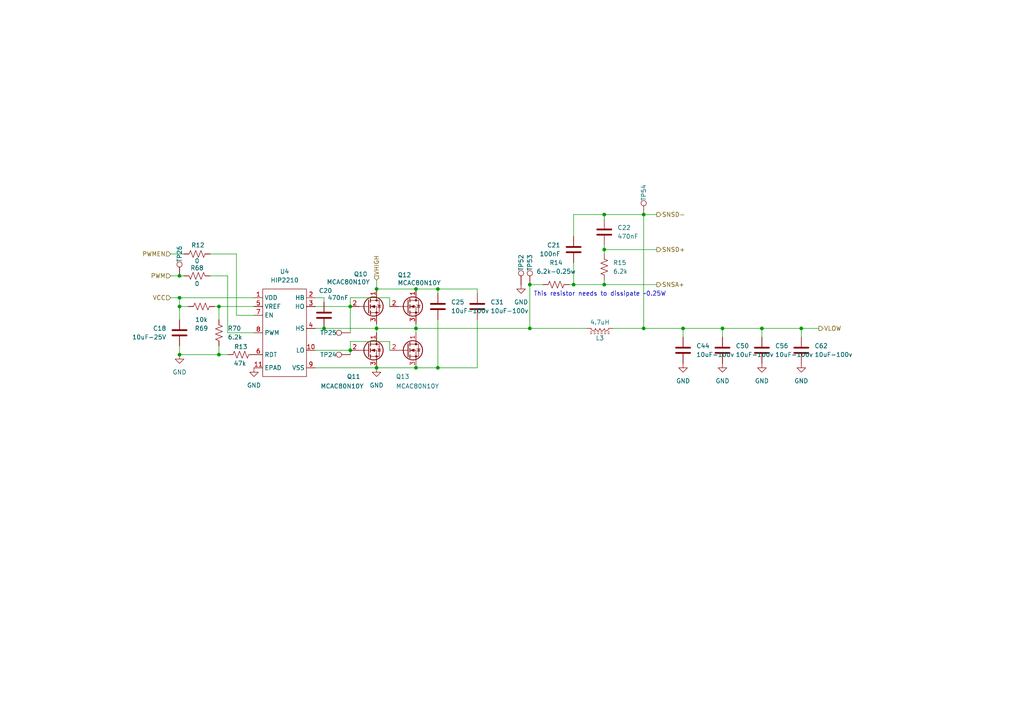
<source format=kicad_sch>
(kicad_sch (version 20231120) (generator "eeschema") (generator_version "8.0")
  (paper "A4")
  (lib_symbols
    (symbol "Connector:TestPoint" (pin_numbers hide) (pin_names (offset 0.762) hide)
      (property "Reference" "TP" (at 0 6.858 0))
      (property "Value" "TestPoint" (at 0 5.08 0))
      (symbol "TestPoint_0_1"
        (circle (center 0 3.302) (radius 0.762))
      )
      (symbol "TestPoint_1_1"
        (pin passive line (at 0 0 90) (length 2.54) (name "1") (number "1"))
      )
    )
    (symbol "Device:C" (pin_numbers hide) (pin_names (offset 0.254))
      (property "Reference" "C" (at 0.635 2.54 0))
      (property "Value" "C" (at 0.635 -2.54 0))
      (symbol "C_0_1"
        (polyline (pts (xy -2.032 -0.762) (xy 2.032 -0.762)) (stroke (width 0.508)))
        (polyline (pts (xy -2.032 0.762) (xy 2.032 0.762)) (stroke (width 0.508)))
      )
      (symbol "C_1_1"
        (pin passive line (at 0 3.81 270) (length 2.794) (name "~") (number "1"))
        (pin passive line (at 0 -3.81 90) (length 2.794) (name "~") (number "2"))
      )
    )
    (symbol "Device:L_Ferrite" (pin_numbers hide) (pin_names (offset 1.016) hide)
      (property "Reference" "L" (at -1.27 0 90))
      (property "Value" "L_Ferrite" (at 2.794 0 90))
      (symbol "L_Ferrite_0_1"
        (arc (start 0 -2.54) (mid 0.6323 -1.905) (end 0 -1.27))
        (arc (start 0 -1.27) (mid 0.6323 -0.635) (end 0 0))
        (polyline (pts (xy 1.016 -2.794) (xy 1.016 -2.286)))
        (polyline (pts (xy 1.016 -1.778) (xy 1.016 -1.27)))
        (polyline (pts (xy 1.016 -0.762) (xy 1.016 -0.254)))
        (polyline (pts (xy 1.016 0.254) (xy 1.016 0.762)))
        (polyline (pts (xy 1.016 1.27) (xy 1.016 1.778)))
        (polyline (pts (xy 1.016 2.286) (xy 1.016 2.794)))
        (polyline (pts (xy 1.524 -2.286) (xy 1.524 -2.794)))
        (polyline (pts (xy 1.524 -1.27) (xy 1.524 -1.778)))
        (polyline (pts (xy 1.524 -0.254) (xy 1.524 -0.762)))
        (polyline (pts (xy 1.524 0.762) (xy 1.524 0.254)))
        (polyline (pts (xy 1.524 1.778) (xy 1.524 1.27)))
        (polyline (pts (xy 1.524 2.794) (xy 1.524 2.286)))
        (arc (start 0 0) (mid 0.6323 0.635) (end 0 1.27))
        (arc (start 0 1.27) (mid 0.6323 1.905) (end 0 2.54))
      )
      (symbol "L_Ferrite_1_1"
        (pin passive line (at 0 3.81 270) (length 1.27) (name "1") (number "1"))
        (pin passive line (at 0 -3.81 90) (length 1.27) (name "2") (number "2"))
      )
    )
    (symbol "Device:R_US" (pin_numbers hide) (pin_names (offset 0))
      (property "Reference" "R" (at 2.54 0 90))
      (property "Value" "R_US" (at -2.54 0 90))
      (symbol "R_US_0_1"
        (polyline (pts (xy 0 -2.286) (xy 0 -2.54)))
        (polyline (pts (xy 0 2.286) (xy 0 2.54)))
        (polyline (pts (xy 0 -0.762) (xy 1.016 -1.143) (xy 0 -1.524) (xy -1.016 -1.905) (xy 0 -2.286)))
        (polyline (pts (xy 0 0.762) (xy 1.016 0.381) (xy 0 0) (xy -1.016 -0.381) (xy 0 -0.762)))
        (polyline (pts (xy 0 2.286) (xy 1.016 1.905) (xy 0 1.524) (xy -1.016 1.143) (xy 0 0.762)))
      )
      (symbol "R_US_1_1"
        (pin passive line (at 0 3.81 270) (length 1.27) (name "~") (number "1"))
        (pin passive line (at 0 -3.81 90) (length 1.27) (name "~") (number "2"))
      )
    )
    (symbol "GateDrivers:HIP2210"
      (property "Reference" "U?" (at -5.588 12.7 0))
      (property "Value" "HIP2210" (at 2.54 12.446 0))
      (symbol "HIP2210_0_1"
        (rectangle (start -6.35 11.43) (end 6.35 -13.97))
      )
      (symbol "HIP2210_1_1"
        (pin power_in line (at -8.89 8.89 0) (length 2.54) (name "VDD") (number "1"))
        (pin output line (at 8.89 -6.35 180) (length 2.54) (name "LO") (number "10"))
        (pin passive line (at -8.89 -11.43 0) (length 2.54) (name "EPAD") (number "11"))
        (pin output line (at 8.89 8.89 180) (length 2.54) (name "HB") (number "2"))
        (pin output line (at 8.89 6.35 180) (length 2.54) (name "HO") (number "3"))
        (pin input line (at 8.89 0 180) (length 2.54) (name "HS") (number "4"))
        (pin power_in line (at -8.89 6.35 0) (length 2.54) (name "VREF") (number "5"))
        (pin input line (at -8.89 -7.62 0) (length 2.54) (name "RDT") (number "6"))
        (pin input line (at -8.89 3.81 0) (length 2.54) (name "EN") (number "7"))
        (pin input line (at -8.89 -1.27 0) (length 2.54) (name "PWM") (number "8"))
        (pin input line (at 8.89 -11.43 180) (length 2.54) (name "VSS") (number "9"))
      )
    )
    (symbol "ProjectMosfets:MCAC80N10Y" (pin_names (offset 0) hide)
      (property "Reference" "Q" (at 5.08 1.27 0))
      (property "Value" "MCAC80N10Y" (at 5.08 -1.27 0))
      (symbol "MCAC80N10Y_0_1"
        (polyline (pts (xy 0.254 0) (xy -2.54 0)))
        (polyline (pts (xy 0.254 1.905) (xy 0.254 -1.905)) (stroke (width 0.254)))
        (polyline (pts (xy 0.762 -1.27) (xy 0.762 -2.286)) (stroke (width 0.254)))
        (polyline (pts (xy 0.762 0.508) (xy 0.762 -0.508)) (stroke (width 0.254)))
        (polyline (pts (xy 0.762 2.286) (xy 0.762 1.27)) (stroke (width 0.254)))
        (polyline (pts (xy 2.54 2.54) (xy 2.54 1.778)))
        (polyline (pts (xy 2.54 -2.54) (xy 2.54 0) (xy 0.762 0)))
        (polyline (pts (xy 0.762 -1.778) (xy 3.302 -1.778) (xy 3.302 1.778) (xy 0.762 1.778)))
        (polyline (pts (xy 1.016 0) (xy 2.032 0.381) (xy 2.032 -0.381) (xy 1.016 0)) (fill (type outline)))
        (polyline (pts (xy 2.794 0.508) (xy 2.921 0.381) (xy 3.683 0.381) (xy 3.81 0.254)))
        (polyline (pts (xy 3.302 0.381) (xy 2.921 -0.254) (xy 3.683 -0.254) (xy 3.302 0.381)))
        (circle (center 1.651 0) (radius 2.794) (stroke (width 0.254)))
        (circle (center 2.54 -1.778) (radius 0.254) (fill (type outline)))
        (circle (center 2.54 1.778) (radius 0.254) (fill (type outline)))
      )
      (symbol "MCAC80N10Y_1_1"
        (pin passive line (at 2.54 5.08 270) (length 2.54) (name "D") (number "1"))
        (pin input line (at -5.08 0 0) (length 2.54) (name "G") (number "2"))
        (pin passive line (at 2.54 -5.08 90) (length 2.54) (name "S") (number "3"))
      )
    )
    (symbol "power:GND" (power) (pin_names (offset 0))
      (property "Value" "GND" (at 0 -3.81 0))
      (symbol "GND_0_1"
        (polyline (pts (xy 0 0) (xy 0 -1.27) (xy 1.27 -1.27) (xy 0 -2.54) (xy -1.27 -1.27) (xy 0 -1.27)))
      )
      (symbol "GND_1_1"
        (pin power_in line (at 0 0 270) (length 0) hide (name "GND") (number "1"))
      )
    )
  )
  (junction (at 127 83.82))
  (junction (at 120.65 95.25))
  (junction (at 52.07 102.87))
  (junction (at 101.6 88.9))
  (junction (at 109.22 95.25))
  (junction (at 166.37 82.55))
  (junction (at 52.07 88.9))
  (junction (at 209.55 95.25))
  (junction (at 63.5 88.9))
  (junction (at 127 106.68))
  (junction (at 153.67 95.25))
  (junction (at 63.5 102.87))
  (junction (at 93.98 95.25))
  (junction (at 175.26 62.23))
  (junction (at 186.69 62.23))
  (junction (at 109.22 83.82))
  (junction (at 120.65 106.68))
  (junction (at 220.98 95.25))
  (junction (at 153.67 82.55))
  (junction (at 52.07 80.01))
  (junction (at 175.26 82.55))
  (junction (at 52.07 86.36))
  (junction (at 109.22 106.68))
  (junction (at 120.65 83.82))
  (junction (at 198.12 95.25))
  (junction (at 101.6 101.6))
  (junction (at 232.41 95.25))
  (junction (at 186.69 95.25))
  (junction (at 175.26 72.39))
  (wire (pts (xy 52.07 86.36) (xy 73.66 86.36)))
  (wire (pts (xy 49.53 80.01) (xy 52.07 80.01)))
  (wire (pts (xy 101.6 88.9) (xy 101.6 96.52)))
  (wire (pts (xy 60.96 73.66) (xy 68.58 73.66)))
  (wire (pts (xy 198.12 95.25) (xy 198.12 97.79)))
  (wire (pts (xy 186.69 62.23) (xy 186.69 95.25)))
  (wire (pts (xy 120.65 93.98) (xy 120.65 95.25)))
  (wire (pts (xy 232.41 95.25) (xy 237.49 95.25)))
  (wire (pts (xy 68.58 91.44) (xy 73.66 91.44)))
  (wire (pts (xy 138.43 106.68) (xy 127 106.68)))
  (wire (pts (xy 109.22 83.82) (xy 120.65 83.82)))
  (wire (pts (xy 175.26 62.23) (xy 175.26 63.5)))
  (wire (pts (xy 166.37 82.55) (xy 175.26 82.55)))
  (wire (pts (xy 93.98 95.25) (xy 109.22 95.25)))
  (wire (pts (xy 93.98 86.36) (xy 93.98 87.63)))
  (wire (pts (xy 62.23 88.9) (xy 63.5 88.9)))
  (wire (pts (xy 175.26 82.55) (xy 190.5 82.55)))
  (wire (pts (xy 209.55 95.25) (xy 209.55 97.79)))
  (wire (pts (xy 186.69 62.23) (xy 175.26 62.23)))
  (wire (pts (xy 127 85.09) (xy 127 83.82)))
  (wire (pts (xy 220.98 95.25) (xy 220.98 97.79)))
  (wire (pts (xy 49.53 86.36) (xy 52.07 86.36)))
  (wire (pts (xy 109.22 95.25) (xy 109.22 96.52)))
  (wire (pts (xy 109.22 106.68) (xy 120.65 106.68)))
  (wire (pts (xy 157.48 82.55) (xy 153.67 82.55)))
  (wire (pts (xy 91.44 95.25) (xy 93.98 95.25)))
  (wire (pts (xy 127 92.71) (xy 127 106.68)))
  (wire (pts (xy 91.44 101.6) (xy 101.6 101.6)))
  (wire (pts (xy 113.03 88.9) (xy 113.03 86.36)))
  (wire (pts (xy 209.55 95.25) (xy 220.98 95.25)))
  (wire (pts (xy 232.41 95.25) (xy 232.41 97.79)))
  (wire (pts (xy 113.03 101.6) (xy 113.03 99.06)))
  (wire (pts (xy 63.5 88.9) (xy 63.5 92.71)))
  (wire (pts (xy 101.6 101.6) (xy 101.6 102.87)))
  (wire (pts (xy 113.03 86.36) (xy 101.6 86.36)))
  (wire (pts (xy 52.07 88.9) (xy 54.61 88.9)))
  (wire (pts (xy 63.5 102.87) (xy 66.04 102.87)))
  (wire (pts (xy 153.67 82.55) (xy 153.67 95.25)))
  (wire (pts (xy 52.07 100.33) (xy 52.07 102.87)))
  (wire (pts (xy 120.65 95.25) (xy 120.65 96.52)))
  (wire (pts (xy 109.22 93.98) (xy 109.22 95.25)))
  (wire (pts (xy 91.44 106.68) (xy 109.22 106.68)))
  (wire (pts (xy 166.37 76.2) (xy 166.37 82.55)))
  (wire (pts (xy 166.37 62.23) (xy 166.37 68.58)))
  (wire (pts (xy 52.07 102.87) (xy 63.5 102.87)))
  (wire (pts (xy 52.07 88.9) (xy 52.07 92.71)))
  (wire (pts (xy 175.26 62.23) (xy 166.37 62.23)))
  (wire (pts (xy 66.04 96.52) (xy 73.66 96.52)))
  (wire (pts (xy 109.22 81.28) (xy 109.22 83.82)))
  (wire (pts (xy 52.07 86.36) (xy 52.07 88.9)))
  (wire (pts (xy 153.67 95.25) (xy 170.18 95.25)))
  (wire (pts (xy 175.26 81.28) (xy 175.26 82.55)))
  (wire (pts (xy 68.58 73.66) (xy 68.58 91.44)))
  (wire (pts (xy 101.6 86.36) (xy 101.6 88.9)))
  (wire (pts (xy 220.98 95.25) (xy 232.41 95.25)))
  (wire (pts (xy 101.6 99.06) (xy 101.6 101.6)))
  (wire (pts (xy 138.43 85.09) (xy 138.43 83.82)))
  (wire (pts (xy 49.53 73.66) (xy 53.34 73.66)))
  (wire (pts (xy 186.69 95.25) (xy 198.12 95.25)))
  (wire (pts (xy 190.5 62.23) (xy 186.69 62.23)))
  (wire (pts (xy 177.8 95.25) (xy 186.69 95.25)))
  (wire (pts (xy 120.65 95.25) (xy 153.67 95.25)))
  (wire (pts (xy 109.22 95.25) (xy 120.65 95.25)))
  (wire (pts (xy 66.04 80.01) (xy 66.04 96.52)))
  (wire (pts (xy 60.96 80.01) (xy 66.04 80.01)))
  (wire (pts (xy 138.43 92.71) (xy 138.43 106.68)))
  (wire (pts (xy 175.26 72.39) (xy 175.26 73.66)))
  (wire (pts (xy 165.1 82.55) (xy 166.37 82.55)))
  (wire (pts (xy 175.26 72.39) (xy 190.5 72.39)))
  (wire (pts (xy 91.44 86.36) (xy 93.98 86.36)))
  (wire (pts (xy 63.5 100.33) (xy 63.5 102.87)))
  (wire (pts (xy 120.65 106.68) (xy 127 106.68)))
  (wire (pts (xy 63.5 88.9) (xy 73.66 88.9)))
  (wire (pts (xy 91.44 88.9) (xy 101.6 88.9)))
  (wire (pts (xy 198.12 95.25) (xy 209.55 95.25)))
  (wire (pts (xy 175.26 71.12) (xy 175.26 72.39)))
  (wire (pts (xy 113.03 99.06) (xy 101.6 99.06)))
  (wire (pts (xy 127 83.82) (xy 120.65 83.82)))
  (wire (pts (xy 52.07 80.01) (xy 53.34 80.01)))
  (wire (pts (xy 138.43 83.82) (xy 127 83.82)))
  (text "This resistor needs to dissipate ~0.25W" (at 173.99 85.344 0) (effects (font (size 1.27 1.27))))
  (hierarchical_label "VCC" (shape input) (at 49.53 86.36 180))
  (hierarchical_label "PWMEN" (shape input) (at 49.53 73.66 180))
  (hierarchical_label "PWM" (shape input) (at 49.53 80.01 180))
  (hierarchical_label "SNSA+" (shape output) (at 190.5 82.55 0))
  (hierarchical_label "SNSD-" (shape output) (at 190.5 62.23 0))
  (hierarchical_label "SNSD+" (shape output) (at 190.5 72.39 0))
  (hierarchical_label "VLOW" (shape output) (at 237.49 95.25 0))
  (hierarchical_label "VHIGH" (shape input) (at 109.22 81.28 90))
  (symbol (lib_id "Device:R_US") (at 69.85 102.87 90) (unit 1)
    (property "Reference" "R13" (at 69.85 100.584 90))
    (property "Value" "47k" (at 69.596 105.41 90))
    (property "Footprint" "Resistor_SMD:R_0603_1608Metric" (effects (hide yes)))
    (property "Description" "Resistor, US symbol" (effects (hide yes)))
    (property "Digikey" "N/A" (effects (hide yes)))
    (property "LCSC" "C21189" (effects (hide yes)))
  )
  (symbol (lib_id "Device:C") (at 166.37 72.39 0) (mirror y) (unit 1)
    (property "Reference" "C21" (at 162.56 71.1199 0) (effects (justify left)))
    (property "Value" "100nF" (at 162.56 73.6599 0) (effects (justify left)))
    (property "Footprint" "Capacitor_SMD:C_0603_1608Metric" (effects (hide yes)))
    (property "Description" "Unpolarized capacitor" (effects (hide yes)))
    (property "LCSC" "C14663" (effects (hide yes)))
    (property "Digikey" "N/A" (effects (hide yes)))
  )
  (symbol (lib_id "Device:C") (at 209.55 101.6 0) (unit 1)
    (property "Reference" "C50" (at 213.36 100.3299 0) (effects (justify left)))
    (property "Value" "10uF-100v" (at 213.36 102.8699 0) (effects (justify left)))
    (property "Footprint" "Capacitor_SMD:C_1210_3225Metric_Pad1.33x2.70mm_HandSolder" (effects (hide yes)))
    (property "Description" "Unpolarized capacitor" (effects (hide yes)))
    (property "Digikey" "445-CGA6P1X7R1N106M250ACCT-ND" (effects (hide yes)))
    (property "LCSC" "C576517" (effects (hide yes)))
  )
  (symbol (lib_id "Device:R_US") (at 57.15 73.66 270) (unit 1)
    (property "Reference" "R12" (at 57.404 71.12 90))
    (property "Value" "0" (at 57.15 75.692 90))
    (property "Footprint" "Resistor_SMD:R_0603_1608Metric" (effects (hide yes)))
    (property "Description" "Resistor, US symbol" (effects (hide yes)))
    (property "Digikey" "N/A" (effects (hide yes)))
    (property "LCSC" "C21189" (effects (hide yes)))
  )
  (symbol (lib_id "Device:L_Ferrite") (at 173.99 95.25 270) (unit 1)
    (property "Reference" "L3" (at 173.99 98.044 90))
    (property "Value" "4.7uH" (at 173.99 93.472 90))
    (property "Footprint" "Inductors:Bournes_L_PQ2614BLA" (effects (hide yes)))
    (property "Description" "Inductor with ferrite core" (effects (hide yes)))
    (property "Digikey" "PQ2614BLA-3R3K-ND" (effects (hide yes)))
    (property "LCSC" "N/A" (effects (hide yes)))
  )
  (symbol (lib_id "Device:C") (at 52.07 96.52 0) (mirror y) (unit 1)
    (property "Reference" "C18" (at 48.26 95.2499 0) (effects (justify left)))
    (property "Value" "10uF-25V" (at 48.26 97.7899 0) (effects (justify left)))
    (property "Footprint" "Capacitor_SMD:C_0603_1608Metric" (effects (hide yes)))
    (property "Description" "Unpolarized capacitor" (effects (hide yes)))
    (property "Digikey" "N/A" (effects (hide yes)))
    (property "LCSC" "C96446" (effects (hide yes)))
  )
  (symbol (lib_id "power:GND") (at 198.12 105.41 0) (unit 1)
    (property "Reference" "#PWR070" (effects (hide yes)))
    (property "Value" "GND" (at 198.12 110.49 0))
    (property "Description" "Power symbol creates a global label with name \"GND\" , ground" (effects (hide yes)))
  )
  (symbol (lib_id "power:GND") (at 73.66 106.68 0) (unit 1)
    (property "Reference" "#PWR053" (effects (hide yes)))
    (property "Value" "GND" (at 73.66 111.76 0))
    (property "Description" "Power symbol creates a global label with name \"GND\" , ground" (effects (hide yes)))
  )
  (symbol (lib_id "power:GND") (at 232.41 105.41 0) (unit 1)
    (property "Reference" "#PWR088" (effects (hide yes)))
    (property "Value" "GND" (at 232.41 110.49 0))
    (property "Description" "Power symbol creates a global label with name \"GND\" , ground" (effects (hide yes)))
  )
  (symbol (lib_id "Device:R_US") (at 58.42 88.9 90) (unit 1)
    (property "Reference" "R69" (at 58.42 95.25 90))
    (property "Value" "10k" (at 58.42 92.71 90))
    (property "Footprint" "Resistor_SMD:R_0603_1608Metric" (effects (hide yes)))
    (property "Description" "Resistor, US symbol" (effects (hide yes)))
    (property "LCSC" "C25804" (effects (hide yes)))
    (property "Digikey" "N/A" (effects (hide yes)))
  )
  (symbol (lib_id "Device:R_US") (at 175.26 77.47 0) (unit 1)
    (property "Reference" "R15" (at 177.8 76.1999 0) (effects (justify left)))
    (property "Value" "6.2k" (at 177.8 78.7399 0) (effects (justify left)))
    (property "Footprint" "Resistor_SMD:R_0603_1608Metric" (effects (hide yes)))
    (property "Description" "Resistor, US symbol" (effects (hide yes)))
    (property "Digikey" "N/A" (effects (hide yes)))
    (property "LCSC" "C4260" (effects (hide yes)))
  )
  (symbol (lib_id "ProjectMosfets:MCAC80N10Y") (at 106.68 101.6 0) (unit 1)
    (property "Reference" "Q11" (at 100.584 109.22 0) (effects (justify left)))
    (property "Value" "MCAC80N10Y" (at 92.964 112.014 0) (effects (justify left)))
    (property "Footprint" "Mosfets:TRANS_BSC076N06NS3-G" (effects (hide yes)))
    (property "Datasheet" "https://www.mccsemi.com/pdf/Products/MCAC80N10Y(DFN5060).pdf" (effects (hide yes)))
    (property "Description" "N-MOSFET transistor, drain/gate/source" (effects (hide yes)))
    (property "Digikey" "353-MCAC80N10Y-TPCT-ND" (effects (hide yes)))
    (property "LCSC" "N/A" (effects (hide yes)))
    (property "DigiKey" "353-MCAC80N10Y-TPCT-ND" (effects (hide yes)))
  )
  (symbol (lib_id "Device:C") (at 198.12 101.6 0) (unit 1)
    (property "Reference" "C44" (at 201.93 100.3299 0) (effects (justify left)))
    (property "Value" "10uF-100v" (at 201.93 102.8699 0) (effects (justify left)))
    (property "Footprint" "Capacitor_SMD:C_1210_3225Metric_Pad1.33x2.70mm_HandSolder" (effects (hide yes)))
    (property "Description" "Unpolarized capacitor" (effects (hide yes)))
    (property "Digikey" "445-CGA6P1X7R1N106M250ACCT-ND" (effects (hide yes)))
    (property "LCSC" "C576517" (effects (hide yes)))
  )
  (symbol (lib_id "Device:C") (at 138.43 88.9 0) (unit 1)
    (property "Reference" "C31" (at 142.24 87.6299 0) (effects (justify left)))
    (property "Value" "10uF-100v" (at 142.24 90.1699 0) (effects (justify left)))
    (property "Footprint" "Capacitor_SMD:C_1210_3225Metric_Pad1.33x2.70mm_HandSolder" (effects (hide yes)))
    (property "Description" "Unpolarized capacitor" (effects (hide yes)))
    (property "Digikey" "445-CGA6P1X7R1N106M250ACCT-ND" (effects (hide yes)))
    (property "LCSC" "C576517" (effects (hide yes)))
  )
  (symbol (lib_id "Device:R_US") (at 57.15 80.01 270) (mirror x) (unit 1)
    (property "Reference" "R68" (at 57.15 77.724 90))
    (property "Value" "0" (at 57.15 82.296 90))
    (property "Footprint" "Resistor_SMD:R_0603_1608Metric" (effects (hide yes)))
    (property "Description" "Resistor, US symbol" (effects (hide yes)))
    (property "Digikey" "N/A" (effects (hide yes)))
    (property "LCSC" "C21189" (effects (hide yes)))
  )
  (symbol (lib_id "Connector:TestPoint") (at 153.67 82.55 0) (unit 1)
    (property "Reference" "TP53" (at 153.67 76.2 90))
    (property "Value" "TestPoint" (effects (hide yes)))
    (property "Footprint" "TestPoint:TestPoint_Pad_D1.0mm" (effects (hide yes)))
    (property "Description" "test point" (effects (hide yes)))
    (property "LCSC" "N/A" (effects (hide yes)))
  )
  (symbol (lib_id "Connector:TestPoint") (at 101.6 96.52 90) (unit 1)
    (property "Reference" "TP25" (at 95.25 96.52 90))
    (property "Value" "TestPoint" (effects (hide yes)))
    (property "Footprint" "TestPoint:TestPoint_Pad_D1.0mm" (effects (hide yes)))
    (property "Description" "test point" (effects (hide yes)))
    (property "LCSC" "N/A" (effects (hide yes)))
  )
  (symbol (lib_id "Connector:TestPoint") (at 186.69 62.23 0) (unit 1)
    (property "Reference" "TP54" (at 186.69 55.88 90))
    (property "Value" "TestPoint" (effects (hide yes)))
    (property "Footprint" "TestPoint:TestPoint_Pad_D1.0mm" (effects (hide yes)))
    (property "Description" "test point" (effects (hide yes)))
    (property "LCSC" "N/A" (effects (hide yes)))
  )
  (symbol (lib_id "ProjectMosfets:MCAC80N10Y") (at 106.68 88.9 0) (unit 1)
    (property "Reference" "Q10" (at 102.616 79.502 0) (effects (justify left)))
    (property "Value" "MCAC80N10Y" (at 94.742 81.788 0) (effects (justify left)))
    (property "Footprint" "Mosfets:TRANS_BSC076N06NS3-G" (effects (hide yes)))
    (property "Datasheet" "https://www.mccsemi.com/pdf/Products/MCAC80N10Y(DFN5060).pdf" (effects (hide yes)))
    (property "Description" "N-MOSFET transistor, drain/gate/source" (effects (hide yes)))
    (property "Digikey" "353-MCAC80N10Y-TPCT-ND" (effects (hide yes)))
    (property "LCSC" "N/A" (effects (hide yes)))
    (property "DigiKey" "353-MCAC80N10Y-TPCT-ND" (effects (hide yes)))
  )
  (symbol (lib_id "Device:C") (at 93.98 91.44 0) (unit 1)
    (property "Reference" "C20" (at 92.456 84.328 0) (effects (justify left)))
    (property "Value" "470nF" (at 94.996 86.36 0) (effects (justify left)))
    (property "Footprint" "Capacitor_SMD:C_0603_1608Metric" (effects (hide yes)))
    (property "Description" "Unpolarized capacitor" (effects (hide yes)))
    (property "Digikey" "N/A" (effects (hide yes)))
    (property "LCSC" "C1623" (effects (hide yes)))
  )
  (symbol (lib_id "power:GND") (at 220.98 105.41 0) (unit 1)
    (property "Reference" "#PWR082" (effects (hide yes)))
    (property "Value" "GND" (at 220.98 110.49 0))
    (property "Description" "Power symbol creates a global label with name \"GND\" , ground" (effects (hide yes)))
  )
  (symbol (lib_id "Device:R_US") (at 63.5 96.52 0) (unit 1)
    (property "Reference" "R70" (at 66.04 95.2499 0) (effects (justify left)))
    (property "Value" "6.2k" (at 66.04 97.7899 0) (effects (justify left)))
    (property "Footprint" "Resistor_SMD:R_0603_1608Metric" (effects (hide yes)))
    (property "Description" "Resistor, US symbol" (effects (hide yes)))
    (property "Digikey" "N/A" (effects (hide yes)))
    (property "LCSC" "C4260" (effects (hide yes)))
  )
  (symbol (lib_id "Connector:TestPoint") (at 151.13 82.55 0) (unit 1)
    (property "Reference" "TP52" (at 151.13 76.2 90))
    (property "Value" "TestPoint" (effects (hide yes)))
    (property "Footprint" "TestPoint:TestPoint_Pad_D1.0mm" (effects (hide yes)))
    (property "Description" "test point" (effects (hide yes)))
    (property "LCSC" "N/A" (effects (hide yes)))
  )
  (symbol (lib_id "Device:C") (at 175.26 67.31 0) (unit 1)
    (property "Reference" "C22" (at 179.07 66.0399 0) (effects (justify left)))
    (property "Value" "470nF" (at 179.07 68.5799 0) (effects (justify left)))
    (property "Footprint" "Capacitor_SMD:C_0603_1608Metric" (effects (hide yes)))
    (property "Description" "Unpolarized capacitor" (effects (hide yes)))
    (property "Digikey" "N/A" (effects (hide yes)))
    (property "LCSC" "C1623" (effects (hide yes)))
  )
  (symbol (lib_id "Device:C") (at 127 88.9 0) (unit 1)
    (property "Reference" "C25" (at 130.81 87.6299 0) (effects (justify left)))
    (property "Value" "10uF-100v" (at 130.81 90.1699 0) (effects (justify left)))
    (property "Footprint" "Capacitor_SMD:C_1210_3225Metric_Pad1.33x2.70mm_HandSolder" (effects (hide yes)))
    (property "Description" "Unpolarized capacitor" (effects (hide yes)))
    (property "Digikey" "445-CGA6P1X7R1N106M250ACCT-ND" (effects (hide yes)))
    (property "LCSC" "C576517" (effects (hide yes)))
  )
  (symbol (lib_id "ProjectMosfets:MCAC80N10Y") (at 118.11 88.9 0) (unit 1)
    (property "Reference" "Q12" (at 115.316 79.756 0) (effects (justify left)))
    (property "Value" "MCAC80N10Y" (at 115.316 82.042 0) (effects (justify left)))
    (property "Footprint" "Mosfets:TRANS_BSC076N06NS3-G" (effects (hide yes)))
    (property "Datasheet" "https://www.mccsemi.com/pdf/Products/MCAC80N10Y(DFN5060).pdf" (effects (hide yes)))
    (property "Description" "N-MOSFET transistor, drain/gate/source" (effects (hide yes)))
    (property "Digikey" "353-MCAC80N10Y-TPCT-ND" (effects (hide yes)))
    (property "LCSC" "N/A" (effects (hide yes)))
    (property "DigiKey" "353-MCAC80N10Y-TPCT-ND" (effects (hide yes)))
  )
  (symbol (lib_id "Device:R_US") (at 161.29 82.55 90) (unit 1)
    (property "Reference" "R14" (at 161.29 76.2 90))
    (property "Value" "6.2k-0.25w" (at 161.29 78.74 90))
    (property "Footprint" "Resistor_SMD:R_1206_3216Metric_Pad1.30x1.75mm_HandSolder" (effects (hide yes)))
    (property "Description" "Resistor, US symbol" (effects (hide yes)))
    (property "Digikey" "311-6.20KFRCT-ND" (effects (hide yes)))
    (property "LCSC" "C3017007" (effects (hide yes)))
  )
  (symbol (lib_id "Connector:TestPoint") (at 101.6 102.87 90) (unit 1)
    (property "Reference" "TP24" (at 95.25 102.87 90))
    (property "Value" "TestPoint" (effects (hide yes)))
    (property "Footprint" "TestPoint:TestPoint_Pad_D1.0mm" (effects (hide yes)))
    (property "Description" "test point" (effects (hide yes)))
    (property "LCSC" "N/A" (effects (hide yes)))
  )
  (symbol (lib_id "power:GND") (at 209.55 105.41 0) (unit 1)
    (property "Reference" "#PWR076" (effects (hide yes)))
    (property "Value" "GND" (at 209.55 110.49 0))
    (property "Description" "Power symbol creates a global label with name \"GND\" , ground" (effects (hide yes)))
  )
  (symbol (lib_id "ProjectMosfets:MCAC80N10Y") (at 118.11 101.6 0) (unit 1)
    (property "Reference" "Q13" (at 114.808 109.22 0) (effects (justify left)))
    (property "Value" "MCAC80N10Y" (at 114.808 112.014 0) (effects (justify left)))
    (property "Footprint" "Mosfets:TRANS_BSC076N06NS3-G" (effects (hide yes)))
    (property "Datasheet" "https://www.mccsemi.com/pdf/Products/MCAC80N10Y(DFN5060).pdf" (effects (hide yes)))
    (property "Description" "N-MOSFET transistor, drain/gate/source" (effects (hide yes)))
    (property "Digikey" "353-MCAC80N10Y-TPCT-ND" (effects (hide yes)))
    (property "LCSC" "N/A" (effects (hide yes)))
    (property "DigiKey" "353-MCAC80N10Y-TPCT-ND" (effects (hide yes)))
  )
  (symbol (lib_id "power:GND") (at 151.13 82.55 0) (unit 1)
    (property "Reference" "#PWR0141" (effects (hide yes)))
    (property "Value" "GND" (at 151.13 87.63 0))
    (property "Description" "Power symbol creates a global label with name \"GND\" , ground" (effects (hide yes)))
  )
  (symbol (lib_id "Device:C") (at 220.98 101.6 0) (unit 1)
    (property "Reference" "C56" (at 224.79 100.3299 0) (effects (justify left)))
    (property "Value" "10uF-100v" (at 224.79 102.8699 0) (effects (justify left)))
    (property "Footprint" "Capacitor_SMD:C_1210_3225Metric_Pad1.33x2.70mm_HandSolder" (effects (hide yes)))
    (property "Description" "Unpolarized capacitor" (effects (hide yes)))
    (property "Digikey" "445-CGA6P1X7R1N106M250ACCT-ND" (effects (hide yes)))
    (property "LCSC" "C576517" (effects (hide yes)))
  )
  (symbol (lib_id "power:GND") (at 52.07 102.87 0) (unit 1)
    (property "Reference" "#PWR052" (effects (hide yes)))
    (property "Value" "GND" (at 52.07 107.95 0))
    (property "Description" "Power symbol creates a global label with name \"GND\" , ground" (effects (hide yes)))
  )
  (symbol (lib_id "power:GND") (at 109.22 106.68 0) (unit 1)
    (property "Reference" "#PWR054" (effects (hide yes)))
    (property "Value" "GND" (at 109.22 111.76 0))
    (property "Description" "Power symbol creates a global label with name \"GND\" , ground" (effects (hide yes)))
  )
  (symbol (lib_id "Device:C") (at 232.41 101.6 0) (unit 1)
    (property "Reference" "C62" (at 236.22 100.3299 0) (effects (justify left)))
    (property "Value" "10uF-100v" (at 236.22 102.8699 0) (effects (justify left)))
    (property "Footprint" "Capacitor_SMD:C_1210_3225Metric_Pad1.33x2.70mm_HandSolder" (effects (hide yes)))
    (property "Description" "Unpolarized capacitor" (effects (hide yes)))
    (property "Digikey" "445-CGA6P1X7R1N106M250ACCT-ND" (effects (hide yes)))
    (property "LCSC" "C576517" (effects (hide yes)))
  )
  (symbol (lib_id "GateDrivers:HIP2210") (at 82.55 95.25 0) (unit 1)
    (property "Reference" "U4" (at 82.55 78.74 0))
    (property "Value" "HIP2210" (at 82.55 81.28 0))
    (property "Footprint" "DFN:TDFN-10-1EP_4x4mm_P0.8mm_EP2.6x3mm" (effects (hide yes)))
    (property "Datasheet" "https://www.renesas.com/us/en/document/dst/hip2210-hip2211-datasheet?r=1320376" (effects (hide yes)))
    (property "Digikey" "20-HIP2210FRTZ-TCT-ND" (effects (hide yes)))
    (property "LCSC" "N/A" (effects (hide yes)))
  )
  (symbol (lib_id "Connector:TestPoint") (at 52.07 80.01 0) (unit 1)
    (property "Reference" "TP26" (at 52.07 73.66 90))
    (property "Value" "TestPoint" (effects (hide yes)))
    (property "Footprint" "TestPoint:TestPoint_Pad_D1.0mm" (effects (hide yes)))
    (property "Description" "test point" (effects (hide yes)))
    (property "LCSC" "N/A" (effects (hide yes)))
  )
)
</source>
